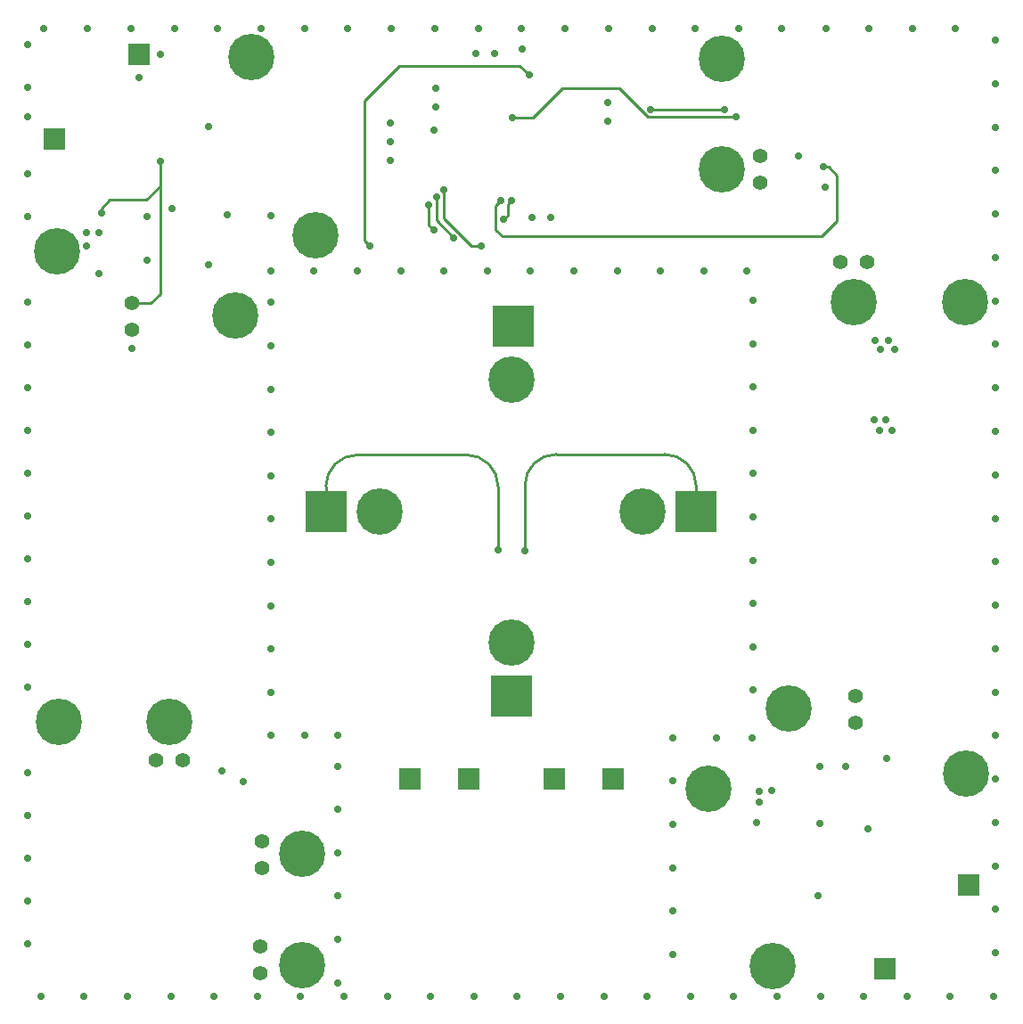
<source format=gbl>
%TF.GenerationSoftware,KiCad,Pcbnew,(6.0.7-1)-1*%
%TF.CreationDate,2023-05-01T11:39:35-04:00*%
%TF.ProjectId,antenna-db,616e7465-6e6e-4612-9d64-622e6b696361,rev?*%
%TF.SameCoordinates,Original*%
%TF.FileFunction,Copper,L4,Bot*%
%TF.FilePolarity,Positive*%
%FSLAX46Y46*%
G04 Gerber Fmt 4.6, Leading zero omitted, Abs format (unit mm)*
G04 Created by KiCad (PCBNEW (6.0.7-1)-1) date 2023-05-01 11:39:35*
%MOMM*%
%LPD*%
G01*
G04 APERTURE LIST*
%TA.AperFunction,ComponentPad*%
%ADD10R,2.000000X2.000000*%
%TD*%
%TA.AperFunction,ComponentPad*%
%ADD11C,1.400000*%
%TD*%
%TA.AperFunction,ConnectorPad*%
%ADD12C,4.400000*%
%TD*%
%TA.AperFunction,ComponentPad*%
%ADD13C,2.600000*%
%TD*%
%TA.AperFunction,ComponentPad*%
%ADD14R,4.000000X4.000000*%
%TD*%
%TA.AperFunction,ViaPad*%
%ADD15C,0.700000*%
%TD*%
%TA.AperFunction,Conductor*%
%ADD16C,0.254000*%
%TD*%
%TA.AperFunction,Conductor*%
%ADD17C,0.293370*%
%TD*%
G04 APERTURE END LIST*
D10*
X160909000Y-120777000D03*
X166497000Y-120777000D03*
X147167600Y-120751600D03*
X152806400Y-120751600D03*
D11*
X133096000Y-129266000D03*
X133096000Y-126726000D03*
X123083000Y-118999000D03*
X125623000Y-118999000D03*
X188107000Y-71628000D03*
X190647000Y-71628000D03*
X180467000Y-64115000D03*
X180467000Y-61575000D03*
X132969000Y-136672000D03*
X132969000Y-139212000D03*
D10*
X200279000Y-130810000D03*
X192278000Y-138811000D03*
X113411000Y-59944000D03*
X121412000Y-51943000D03*
D11*
X189484000Y-115463000D03*
X189484000Y-112923000D03*
X120777000Y-75585000D03*
X120777000Y-78125000D03*
D12*
X189357000Y-75438000D03*
D13*
X189357000Y-75438000D03*
D12*
X124333000Y-115316000D03*
D13*
X124333000Y-115316000D03*
D14*
X174371000Y-95377000D03*
D13*
X136906000Y-138430000D03*
D12*
X136906000Y-138430000D03*
D13*
X138176000Y-69088000D03*
D12*
X138176000Y-69088000D03*
X113792000Y-115316000D03*
D13*
X113792000Y-115316000D03*
X200025000Y-120269000D03*
D12*
X200025000Y-120269000D03*
X144272000Y-95377000D03*
D13*
X144272000Y-95377000D03*
D14*
X156972000Y-77724000D03*
X156845000Y-112903000D03*
D13*
X183134000Y-114046000D03*
D12*
X183134000Y-114046000D03*
X176784000Y-52324000D03*
D13*
X176784000Y-52324000D03*
D14*
X139192000Y-95377000D03*
D13*
X175514000Y-121666000D03*
D12*
X175514000Y-121666000D03*
X199898000Y-75438000D03*
D13*
X199898000Y-75438000D03*
D12*
X132080000Y-52197000D03*
D13*
X132080000Y-52197000D03*
D12*
X156845000Y-82804000D03*
D13*
X156845000Y-82804000D03*
D12*
X130556000Y-76708000D03*
D13*
X130556000Y-76708000D03*
D12*
X169291000Y-95377000D03*
D13*
X169291000Y-95377000D03*
D12*
X176784000Y-62865000D03*
D13*
X176784000Y-62865000D03*
D12*
X156845000Y-107823000D03*
D13*
X156845000Y-107823000D03*
D12*
X181610000Y-138557000D03*
D13*
X181610000Y-138557000D03*
D12*
X136906000Y-127889000D03*
D13*
X136906000Y-127889000D03*
D12*
X113665000Y-70612000D03*
D13*
X113665000Y-70612000D03*
D15*
X176326800Y-116840000D03*
X137160000Y-116636800D03*
X140360400Y-116636800D03*
X172161200Y-133299200D03*
X172161200Y-125069600D03*
X172161200Y-120954800D03*
X172161200Y-129184400D03*
X172161200Y-137414000D03*
X172161200Y-116840000D03*
X179730400Y-116840000D03*
X179781200Y-108204000D03*
X179781200Y-104089200D03*
X179781200Y-112318800D03*
X179781200Y-99974400D03*
X179781200Y-91744800D03*
X179781200Y-83515200D03*
X179781200Y-79400400D03*
X179781200Y-87630000D03*
X179781200Y-99974400D03*
X179781200Y-95859600D03*
X179781200Y-75285600D03*
X175107600Y-72491600D03*
X166878000Y-72491600D03*
X162763200Y-72491600D03*
X170992800Y-72491600D03*
X179222400Y-72491600D03*
X150418800Y-72491600D03*
X142189200Y-72491600D03*
X138074400Y-72491600D03*
X146304000Y-72491600D03*
X158648400Y-72491600D03*
X154533600Y-72491600D03*
X133959600Y-72491600D03*
X133959600Y-75488800D03*
X133959600Y-83718400D03*
X133959600Y-87833200D03*
X133959600Y-79603600D03*
X133959600Y-67259200D03*
X133959600Y-100177600D03*
X133959600Y-108407200D03*
X133959600Y-112522000D03*
X133959600Y-104292400D03*
X133959600Y-91948000D03*
X133959600Y-96062800D03*
X133959600Y-116636800D03*
X140360400Y-123647200D03*
X140360400Y-131876800D03*
X140360400Y-135991600D03*
X140360400Y-127762000D03*
X140360400Y-119532400D03*
X140360400Y-140106400D03*
X149504400Y-59096500D03*
X149453600Y-68630800D03*
X148996400Y-66192400D03*
X151337442Y-69337758D03*
X149707600Y-65481200D03*
X199034400Y-49428400D03*
X174294800Y-49428400D03*
X186690000Y-49428400D03*
X182524400Y-49428400D03*
X194919600Y-49428400D03*
X178409600Y-49428400D03*
X190804800Y-49428400D03*
X166065200Y-49428400D03*
X161899600Y-49428400D03*
X157784800Y-49428400D03*
X170180000Y-49428400D03*
X145440400Y-49428400D03*
X141274800Y-49428400D03*
X153670000Y-49428400D03*
X137160000Y-49428400D03*
X149555200Y-49428400D03*
X124815600Y-49428400D03*
X120650000Y-49428400D03*
X133045200Y-49428400D03*
X116535200Y-49428400D03*
X128930400Y-49428400D03*
X112420400Y-49428400D03*
X202793600Y-50596800D03*
X202793600Y-62941200D03*
X202793600Y-67106800D03*
X202793600Y-54711600D03*
X202793600Y-71221600D03*
X202793600Y-58826400D03*
X202793600Y-83566000D03*
X202793600Y-87731600D03*
X202793600Y-75336400D03*
X202793600Y-91846400D03*
X202793600Y-79451200D03*
X202793600Y-104241600D03*
X202793600Y-108407200D03*
X202793600Y-96012000D03*
X202793600Y-112522000D03*
X202793600Y-100126800D03*
X202793600Y-116636800D03*
X202793600Y-124866400D03*
X202793600Y-120751600D03*
X202793600Y-129032000D03*
X202793600Y-137261600D03*
X202793600Y-133146800D03*
X202641200Y-141376400D03*
X194411600Y-141376400D03*
X198526400Y-141376400D03*
X190296800Y-141376400D03*
X182067200Y-141376400D03*
X186182000Y-141376400D03*
X177952400Y-141376400D03*
X169722800Y-141376400D03*
X173837600Y-141376400D03*
X165608000Y-141376400D03*
X157378400Y-141376400D03*
X161493200Y-141376400D03*
X158089600Y-99060000D03*
X155549600Y-99009200D03*
X178206400Y-57826500D03*
X177088800Y-57150000D03*
X170027600Y-57150000D03*
X153263600Y-141376400D03*
X149148800Y-141376400D03*
X145034000Y-141376400D03*
X140919200Y-141376400D03*
X136804400Y-141376400D03*
X132689600Y-141376400D03*
X128574800Y-141376400D03*
X124460000Y-141376400D03*
X120345200Y-141376400D03*
X192989200Y-87680800D03*
X192430400Y-86614000D03*
X191820800Y-87680800D03*
X191312800Y-86614000D03*
X193243200Y-79908400D03*
X192633600Y-79095600D03*
X191922400Y-79908400D03*
X191363600Y-79095600D03*
X150418800Y-64820800D03*
X153924000Y-70087900D03*
X156921200Y-57928100D03*
X143357600Y-70154800D03*
X158496000Y-53848000D03*
X190703200Y-125526800D03*
X192481200Y-118821200D03*
X186131200Y-125018800D03*
X186131200Y-119583200D03*
X188569600Y-119583200D03*
X181559200Y-121869200D03*
X180340000Y-121970800D03*
X180340000Y-122986800D03*
X180086000Y-124866400D03*
X117856000Y-67005200D03*
X117602000Y-68834000D03*
X116484400Y-70104000D03*
X116484400Y-68834000D03*
X185928000Y-131826000D03*
X186474100Y-62623700D03*
X184086500Y-61556900D03*
X186626500Y-64554100D03*
X153416000Y-51816000D03*
X155194000Y-51816000D03*
X157861000Y-51435000D03*
X149631400Y-55168800D03*
X149631400Y-56946800D03*
X145288000Y-60198000D03*
X145288000Y-58420000D03*
X145288000Y-61976000D03*
X165989000Y-56515000D03*
X165989000Y-58293000D03*
X160528000Y-67437000D03*
X158750000Y-67437000D03*
X156083000Y-67605500D03*
X156845000Y-65786000D03*
X155829000Y-65786000D03*
X128016000Y-58801000D03*
X116230400Y-141376400D03*
X112141000Y-141376400D03*
X110896400Y-136398000D03*
X110896400Y-132334000D03*
X110896400Y-128270000D03*
X110896400Y-124206000D03*
X110896400Y-120142000D03*
X110896400Y-112014000D03*
X110896400Y-107950000D03*
X110896400Y-103886000D03*
X110896400Y-99822000D03*
X110896400Y-95758000D03*
X110896400Y-91694000D03*
X110896400Y-87630000D03*
X110896400Y-83566000D03*
X110896400Y-79502000D03*
X110896400Y-75438000D03*
X110896400Y-67310000D03*
X110896400Y-63246000D03*
X110896400Y-57861200D03*
X110896400Y-51003200D03*
X110896400Y-55067200D03*
X123444000Y-62103000D03*
X123444000Y-51943000D03*
X121412000Y-54102000D03*
X122174000Y-71501000D03*
X122174000Y-67310000D03*
X124587000Y-66548000D03*
X129794000Y-67183000D03*
X128016000Y-71882000D03*
X117602000Y-72771000D03*
X120777000Y-79883000D03*
X129286000Y-120015000D03*
X131318000Y-121031000D03*
D16*
X153924000Y-70087900D02*
X153044300Y-70087900D01*
X153044300Y-70087900D02*
X150418800Y-67462400D01*
X150418800Y-67462400D02*
X150418800Y-64820800D01*
X151337442Y-69337758D02*
X149707600Y-67707916D01*
X149707600Y-67707916D02*
X149707600Y-65481200D01*
X156464000Y-67224500D02*
X156464000Y-66167000D01*
X156083000Y-67605500D02*
X156464000Y-67224500D01*
X156464000Y-66167000D02*
X156845000Y-65786000D01*
X155956000Y-69215000D02*
X157861000Y-69215000D01*
X155321000Y-66294000D02*
X155321000Y-68580000D01*
X155321000Y-68580000D02*
X155956000Y-69215000D01*
X155829000Y-65786000D02*
X155321000Y-66294000D01*
X148996400Y-68173600D02*
X149453600Y-68630800D01*
X148996400Y-66192400D02*
X148996400Y-68173600D01*
X143357600Y-70154800D02*
X142849600Y-69646800D01*
X157632400Y-52984400D02*
X158496000Y-53848000D01*
X142849600Y-69646800D02*
X142849600Y-56286400D01*
X142849600Y-56286400D02*
X146151600Y-52984400D01*
X146151600Y-52984400D02*
X157632400Y-52984400D01*
D17*
X171371000Y-89916000D02*
G75*
G02*
X174371000Y-92916000I0J-3000000D01*
G01*
X161089600Y-89916000D02*
G75*
G03*
X158089600Y-92916000I0J-3000000D01*
G01*
X158089600Y-99060000D02*
X158089600Y-92916000D01*
X161089600Y-89916000D02*
X171371000Y-89916000D01*
X174371000Y-92916000D02*
X174371000Y-95377000D01*
X139192000Y-92966800D02*
G75*
G02*
X142192000Y-89966800I3000000J0D01*
G01*
X152549600Y-89966800D02*
G75*
G02*
X155549600Y-92966800I0J-3000000D01*
G01*
X155549600Y-99009200D02*
X155549600Y-92966800D01*
X152549600Y-89966800D02*
X142192000Y-89966800D01*
X139192000Y-92966800D02*
X139192000Y-95377000D01*
D16*
X157861000Y-69215000D02*
X186309000Y-69215000D01*
X186309000Y-69215000D02*
X187744100Y-67779900D01*
X187744100Y-63436500D02*
X186931300Y-62623700D01*
X187744100Y-67779900D02*
X187744100Y-63436500D01*
X186931300Y-62623700D02*
X186474100Y-62623700D01*
X178206400Y-57826500D02*
X178205900Y-57827000D01*
X178205900Y-57827000D02*
X169747177Y-57827000D01*
X161696400Y-55118000D02*
X158886300Y-57928100D01*
X169747177Y-57827000D02*
X167038177Y-55118000D01*
X167038177Y-55118000D02*
X161696400Y-55118000D01*
X158886300Y-57928100D02*
X156921200Y-57928100D01*
X170027600Y-57150000D02*
X177088800Y-57150000D01*
X123444000Y-62103000D02*
X123444000Y-64160400D01*
X123444000Y-64160400D02*
X123444000Y-74676000D01*
X117856000Y-67005200D02*
X117856000Y-66548000D01*
X117856000Y-66548000D02*
X118668800Y-65735200D01*
X118668800Y-65735200D02*
X122123200Y-65735200D01*
X122123200Y-65735200D02*
X123444000Y-64414400D01*
X123444000Y-64414400D02*
X123444000Y-64160400D01*
X123444000Y-74676000D02*
X122535000Y-75585000D01*
X122535000Y-75585000D02*
X120777000Y-75585000D01*
M02*

</source>
